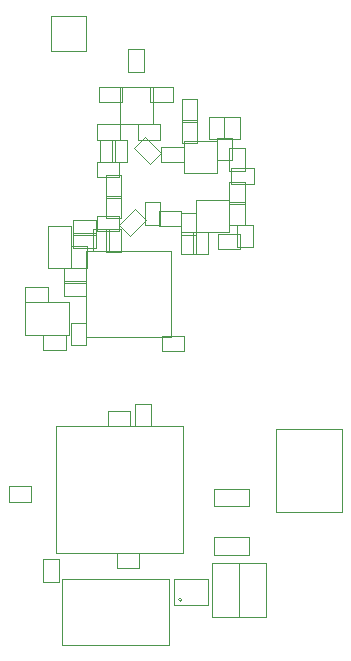
<source format=gbr>
G04 #@! TF.GenerationSoftware,KiCad,Pcbnew,(5.1.4)-1*
G04 #@! TF.CreationDate,2020-12-03T17:51:28+01:00*
G04 #@! TF.ProjectId,LoRa_Balloon,4c6f5261-5f42-4616-9c6c-6f6f6e2e6b69,2*
G04 #@! TF.SameCoordinates,Original*
G04 #@! TF.FileFunction,Other,User*
%FSLAX46Y46*%
G04 Gerber Fmt 4.6, Leading zero omitted, Abs format (unit mm)*
G04 Created by KiCad (PCBNEW (5.1.4)-1) date 2020-12-03 17:51:28*
%MOMM*%
%LPD*%
G04 APERTURE LIST*
%ADD10C,0.080000*%
%ADD11C,0.050000*%
G04 APERTURE END LIST*
D10*
X190973580Y-105642280D02*
X190973580Y-108642280D01*
X190973580Y-108642280D02*
X193973580Y-108642280D01*
X193973580Y-105642280D02*
X193973580Y-108642280D01*
X190973580Y-105642280D02*
X193973580Y-105642280D01*
X201374080Y-153299380D02*
X201374080Y-155549380D01*
X201374080Y-155549380D02*
X204274080Y-155549380D01*
X204274080Y-153299380D02*
X204274080Y-155549380D01*
X201374080Y-153299380D02*
X204274080Y-153299380D01*
X202074080Y-155074380D02*
G75*
G03X202074080Y-155074380I-150000J0D01*
G01*
X210040000Y-147670000D02*
X215640000Y-147670000D01*
X215640000Y-140590000D02*
X215640000Y-147670000D01*
X210040000Y-140590000D02*
X215640000Y-140590000D01*
X210040000Y-147670000D02*
X210040000Y-140590000D01*
D11*
X196417960Y-116116480D02*
X196417960Y-118016480D01*
X195117960Y-116116480D02*
X195117960Y-118016480D01*
X196417960Y-116116480D02*
X195117960Y-116116480D01*
X196417960Y-118016480D02*
X195117960Y-118016480D01*
X206898860Y-151951660D02*
X209198860Y-151951660D01*
X206898860Y-156551660D02*
X209198860Y-156551660D01*
X209198860Y-156551660D02*
X209198860Y-151951660D01*
X206898860Y-156551660D02*
X206898860Y-151951660D01*
X206900160Y-156551660D02*
X204600160Y-156551660D01*
X206900160Y-151951660D02*
X204600160Y-151951660D01*
X204600160Y-151951660D02*
X204600160Y-156551660D01*
X206900160Y-151951660D02*
X206900160Y-156551660D01*
D10*
X191941700Y-153282580D02*
X201021700Y-153282580D01*
X191941700Y-158882580D02*
X201021700Y-158882580D01*
X191941700Y-153282580D02*
X191941700Y-158882580D01*
X201021700Y-153282580D02*
X201021700Y-158882580D01*
D11*
X198483260Y-151079440D02*
X198483260Y-152379440D01*
X196583260Y-151079440D02*
X196583260Y-152379440D01*
X196583260Y-152379440D02*
X198483260Y-152379440D01*
X196583260Y-151079440D02*
X198483260Y-151079440D01*
X191431420Y-151072340D02*
X202131420Y-151072340D01*
X202131420Y-151072340D02*
X202131420Y-140372340D01*
X191431420Y-140372340D02*
X202131420Y-140372340D01*
X191431420Y-151072340D02*
X191431420Y-140372340D01*
X195884560Y-125582720D02*
X194584560Y-125582720D01*
X195884560Y-123682720D02*
X194584560Y-123682720D01*
X194584560Y-123682720D02*
X194584560Y-125582720D01*
X195884560Y-123682720D02*
X195884560Y-125582720D01*
X198351520Y-114818400D02*
X200251520Y-114818400D01*
X198351520Y-116118400D02*
X200251520Y-116118400D01*
X198351520Y-114818400D02*
X198351520Y-116118400D01*
X200251520Y-114818400D02*
X200251520Y-116118400D01*
X192710040Y-125087760D02*
X194010040Y-125087760D01*
X192710040Y-126987760D02*
X194010040Y-126987760D01*
X194010040Y-126987760D02*
X194010040Y-125087760D01*
X192710040Y-126987760D02*
X192710040Y-125087760D01*
X198038347Y-116829226D02*
X198957586Y-115909987D01*
X199381850Y-118172729D02*
X200301089Y-117253490D01*
X200301089Y-117253490D02*
X198957586Y-115909987D01*
X199381850Y-118172729D02*
X198038347Y-116829226D01*
X190714120Y-126987200D02*
X190714120Y-123387200D01*
X192714120Y-126987200D02*
X192714120Y-123387200D01*
X190714120Y-126987200D02*
X192714120Y-126987200D01*
X190714120Y-123387200D02*
X192714120Y-123387200D01*
X192077300Y-128285000D02*
X192077300Y-126985000D01*
X193977300Y-128285000D02*
X193977300Y-126985000D01*
X193977300Y-126985000D02*
X192077300Y-126985000D01*
X193977300Y-128285000D02*
X192077300Y-128285000D01*
X202062320Y-114612040D02*
X202062320Y-112712040D01*
X203362320Y-114612040D02*
X203362320Y-112712040D01*
X202062320Y-114612040D02*
X203362320Y-114612040D01*
X202062320Y-112712040D02*
X203362320Y-112712040D01*
X192864280Y-124210840D02*
X192864280Y-122910840D01*
X194764280Y-124210840D02*
X194764280Y-122910840D01*
X194764280Y-122910840D02*
X192864280Y-122910840D01*
X194764280Y-124210840D02*
X192864280Y-124210840D01*
X193981960Y-129341640D02*
X192081960Y-129341640D01*
X193981960Y-128041640D02*
X192081960Y-128041640D01*
X193981960Y-129341640D02*
X193981960Y-128041640D01*
X192081960Y-129341640D02*
X192081960Y-128041640D01*
X194764280Y-125287800D02*
X192864280Y-125287800D01*
X194764280Y-123987800D02*
X192864280Y-123987800D01*
X194764280Y-125287800D02*
X194764280Y-123987800D01*
X192864280Y-125287800D02*
X192864280Y-123987800D01*
X202288180Y-132705080D02*
X202288180Y-134005080D01*
X200388180Y-132705080D02*
X200388180Y-134005080D01*
X200388180Y-134005080D02*
X202288180Y-134005080D01*
X200388180Y-132705080D02*
X202288180Y-132705080D01*
X204368640Y-114178040D02*
X205668640Y-114178040D01*
X204368640Y-116078040D02*
X205668640Y-116078040D01*
X205668640Y-116078040D02*
X205668640Y-114178040D01*
X204368640Y-116078040D02*
X204368640Y-114178040D01*
X205664040Y-116078040D02*
X205664040Y-114178040D01*
X206964040Y-116078040D02*
X206964040Y-114178040D01*
X205664040Y-116078040D02*
X206964040Y-116078040D01*
X205664040Y-114178040D02*
X206964040Y-114178040D01*
X206100920Y-116862400D02*
X207400920Y-116862400D01*
X206100920Y-118762400D02*
X207400920Y-118762400D01*
X207400920Y-118762400D02*
X207400920Y-116862400D01*
X206100920Y-118762400D02*
X206100920Y-116862400D01*
X206250920Y-118557280D02*
X208150920Y-118557280D01*
X206250920Y-119857280D02*
X208150920Y-119857280D01*
X206250920Y-118557280D02*
X206250920Y-119857280D01*
X208150920Y-118557280D02*
X208150920Y-119857280D01*
X206100920Y-119667400D02*
X207400920Y-119667400D01*
X206100920Y-121567400D02*
X207400920Y-121567400D01*
X207400920Y-121567400D02*
X207400920Y-119667400D01*
X206100920Y-121567400D02*
X206100920Y-119667400D01*
X206766400Y-125244900D02*
X206766400Y-123344900D01*
X208066400Y-125244900D02*
X208066400Y-123344900D01*
X206766400Y-125244900D02*
X208066400Y-125244900D01*
X206766400Y-123344900D02*
X208066400Y-123344900D01*
X188795200Y-128569960D02*
X190695200Y-128569960D01*
X188795200Y-129869960D02*
X190695200Y-129869960D01*
X188795200Y-128569960D02*
X188795200Y-129869960D01*
X190695200Y-128569960D02*
X190695200Y-129869960D01*
X192252220Y-132654280D02*
X192252220Y-133954280D01*
X190352220Y-132654280D02*
X190352220Y-133954280D01*
X190352220Y-133954280D02*
X192252220Y-133954280D01*
X190352220Y-132654280D02*
X192252220Y-132654280D01*
X203303900Y-123911320D02*
X203303900Y-125811320D01*
X202003900Y-123911320D02*
X202003900Y-125811320D01*
X203303900Y-123911320D02*
X202003900Y-123911320D01*
X203303900Y-125811320D02*
X202003900Y-125811320D01*
X194886120Y-123885720D02*
X194886120Y-122585720D01*
X196786120Y-123885720D02*
X196786120Y-122585720D01*
X196786120Y-122585720D02*
X194886120Y-122585720D01*
X196786120Y-123885720D02*
X194886120Y-123885720D01*
X204314820Y-125811320D02*
X203014820Y-125811320D01*
X204314820Y-123911320D02*
X203014820Y-123911320D01*
X203014820Y-123911320D02*
X203014820Y-125811320D01*
X204314820Y-123911320D02*
X204314820Y-125811320D01*
X196936120Y-120880680D02*
X196936120Y-122780680D01*
X195636120Y-120880680D02*
X195636120Y-122780680D01*
X196936120Y-120880680D02*
X195636120Y-120880680D01*
X196936120Y-122780680D02*
X195636120Y-122780680D01*
X198938120Y-123311540D02*
X198938120Y-121411540D01*
X200238120Y-123311540D02*
X200238120Y-121411540D01*
X198938120Y-123311540D02*
X200238120Y-123311540D01*
X198938120Y-121411540D02*
X200238120Y-121411540D01*
X200100740Y-122159000D02*
X202000740Y-122159000D01*
X200100740Y-123459000D02*
X202000740Y-123459000D01*
X200100740Y-122159000D02*
X200100740Y-123459000D01*
X202000740Y-122159000D02*
X202000740Y-123459000D01*
X196778500Y-119311180D02*
X194878500Y-119311180D01*
X196778500Y-118011180D02*
X194878500Y-118011180D01*
X196778500Y-119311180D02*
X196778500Y-118011180D01*
X194878500Y-119311180D02*
X194878500Y-118011180D01*
X197464440Y-116116480D02*
X197464440Y-118016480D01*
X196164440Y-116116480D02*
X196164440Y-118016480D01*
X197464440Y-116116480D02*
X196164440Y-116116480D01*
X197464440Y-118016480D02*
X196164440Y-118016480D01*
X195061800Y-112918000D02*
X195061800Y-111618000D01*
X196961800Y-112918000D02*
X196961800Y-111618000D01*
X196961800Y-111618000D02*
X195061800Y-111618000D01*
X196961800Y-112918000D02*
X195061800Y-112918000D01*
X194897120Y-116113320D02*
X194897120Y-114813320D01*
X196797120Y-116113320D02*
X196797120Y-114813320D01*
X196797120Y-114813320D02*
X194897120Y-114813320D01*
X196797120Y-116113320D02*
X194897120Y-116113320D01*
X201305200Y-111618000D02*
X201305200Y-112918000D01*
X199405200Y-111618000D02*
X199405200Y-112918000D01*
X199405200Y-112918000D02*
X201305200Y-112918000D01*
X199405200Y-111618000D02*
X201305200Y-111618000D01*
X198846200Y-110357960D02*
X197546200Y-110357960D01*
X198846200Y-108457960D02*
X197546200Y-108457960D01*
X197546200Y-108457960D02*
X197546200Y-110357960D01*
X198846200Y-108457960D02*
X198846200Y-110357960D01*
X204818320Y-147152840D02*
X204818320Y-145652840D01*
X207718320Y-147152840D02*
X207718320Y-145652840D01*
X207718320Y-145652840D02*
X204818320Y-145652840D01*
X207718320Y-147152840D02*
X204818320Y-147152840D01*
X207718320Y-151252840D02*
X204818320Y-151252840D01*
X207718320Y-149752840D02*
X204818320Y-149752840D01*
X207718320Y-151252840D02*
X207718320Y-149752840D01*
X204818320Y-151252840D02*
X204818320Y-149752840D01*
X191635140Y-151628220D02*
X191635140Y-153528220D01*
X190335140Y-151628220D02*
X190335140Y-153528220D01*
X191635140Y-151628220D02*
X190335140Y-151628220D01*
X191635140Y-153528220D02*
X190335140Y-153528220D01*
X197682740Y-140367780D02*
X195782740Y-140367780D01*
X197682740Y-139067780D02*
X195782740Y-139067780D01*
X197682740Y-140367780D02*
X197682740Y-139067780D01*
X195782740Y-140367780D02*
X195782740Y-139067780D01*
X199430400Y-140373140D02*
X198130400Y-140373140D01*
X199430400Y-138473140D02*
X198130400Y-138473140D01*
X198130400Y-138473140D02*
X198130400Y-140373140D01*
X199430400Y-138473140D02*
X199430400Y-140373140D01*
X200314520Y-118008160D02*
X200314520Y-116708160D01*
X202214520Y-118008160D02*
X202214520Y-116708160D01*
X202214520Y-116708160D02*
X200314520Y-116708160D01*
X202214520Y-118008160D02*
X200314520Y-118008160D01*
X206318880Y-115958160D02*
X206318880Y-117858160D01*
X205018880Y-115958160D02*
X205018880Y-117858160D01*
X206318880Y-115958160D02*
X205018880Y-115958160D01*
X206318880Y-117858160D02*
X205018880Y-117858160D01*
X196936120Y-123685680D02*
X196936120Y-125585680D01*
X195636120Y-123685680D02*
X195636120Y-125585680D01*
X196936120Y-123685680D02*
X195636120Y-123685680D01*
X196936120Y-125585680D02*
X195636120Y-125585680D01*
X206100920Y-121409840D02*
X207400920Y-121409840D01*
X206100920Y-123309840D02*
X207400920Y-123309840D01*
X207400920Y-123309840D02*
X207400920Y-121409840D01*
X206100920Y-123309840D02*
X206100920Y-121409840D01*
X197690126Y-124260411D02*
X196770887Y-123341172D01*
X199033629Y-122916908D02*
X198114390Y-121997669D01*
X198114390Y-121997669D02*
X196770887Y-123341172D01*
X199033629Y-122916908D02*
X197690126Y-124260411D01*
X202003900Y-122308580D02*
X203303900Y-122308580D01*
X202003900Y-124208580D02*
X203303900Y-124208580D01*
X203303900Y-124208580D02*
X203303900Y-122308580D01*
X202003900Y-124208580D02*
X202003900Y-122308580D01*
X196936120Y-119120880D02*
X196936120Y-121020880D01*
X195636120Y-119120880D02*
X195636120Y-121020880D01*
X196936120Y-119120880D02*
X195636120Y-119120880D01*
X196936120Y-121020880D02*
X195636120Y-121020880D01*
X203362320Y-116364640D02*
X202062320Y-116364640D01*
X203362320Y-114464640D02*
X202062320Y-114464640D01*
X202062320Y-114464640D02*
X202062320Y-116364640D01*
X203362320Y-114464640D02*
X203362320Y-116364640D01*
X192682100Y-133538000D02*
X192682100Y-131638000D01*
X193982100Y-133538000D02*
X193982100Y-131638000D01*
X192682100Y-133538000D02*
X193982100Y-133538000D01*
X192682100Y-131638000D02*
X193982100Y-131638000D01*
X207004960Y-125394480D02*
X205104960Y-125394480D01*
X207004960Y-124094480D02*
X205104960Y-124094480D01*
X207004960Y-125394480D02*
X207004960Y-124094480D01*
X205104960Y-125394480D02*
X205104960Y-124094480D01*
X187406240Y-146772340D02*
X187406240Y-145472340D01*
X189306240Y-146772340D02*
X189306240Y-145472340D01*
X189306240Y-145472340D02*
X187406240Y-145472340D01*
X189306240Y-146772340D02*
X187406240Y-146772340D01*
X202216560Y-116257080D02*
X202216560Y-118957080D01*
X205016560Y-116257080D02*
X205016560Y-118957080D01*
X202216560Y-116257080D02*
X205016560Y-116257080D01*
X202216560Y-118957080D02*
X205016560Y-118957080D01*
X193986120Y-125584520D02*
X193986120Y-132784520D01*
X201186120Y-125584520D02*
X201186120Y-132784520D01*
X193986120Y-125584520D02*
X201186120Y-125584520D01*
X193986120Y-132784520D02*
X201186120Y-132784520D01*
X206102840Y-121209000D02*
X203302840Y-121209000D01*
X206102840Y-123909000D02*
X203302840Y-123909000D01*
X203302840Y-123909000D02*
X203302840Y-121209000D01*
X206102840Y-123909000D02*
X206102840Y-121209000D01*
X199596200Y-111618000D02*
X196796200Y-111618000D01*
X196796200Y-114818000D02*
X199596200Y-114818000D01*
X196796200Y-114818000D02*
X196796200Y-111618000D01*
X199596200Y-114818000D02*
X199596200Y-111618000D01*
D10*
X188809860Y-129888200D02*
X188809860Y-132646200D01*
X188809860Y-129888200D02*
X192489860Y-129888200D01*
X192489860Y-129888200D02*
X192489860Y-132646200D01*
X192489860Y-132646200D02*
X188809860Y-132646200D01*
M02*

</source>
